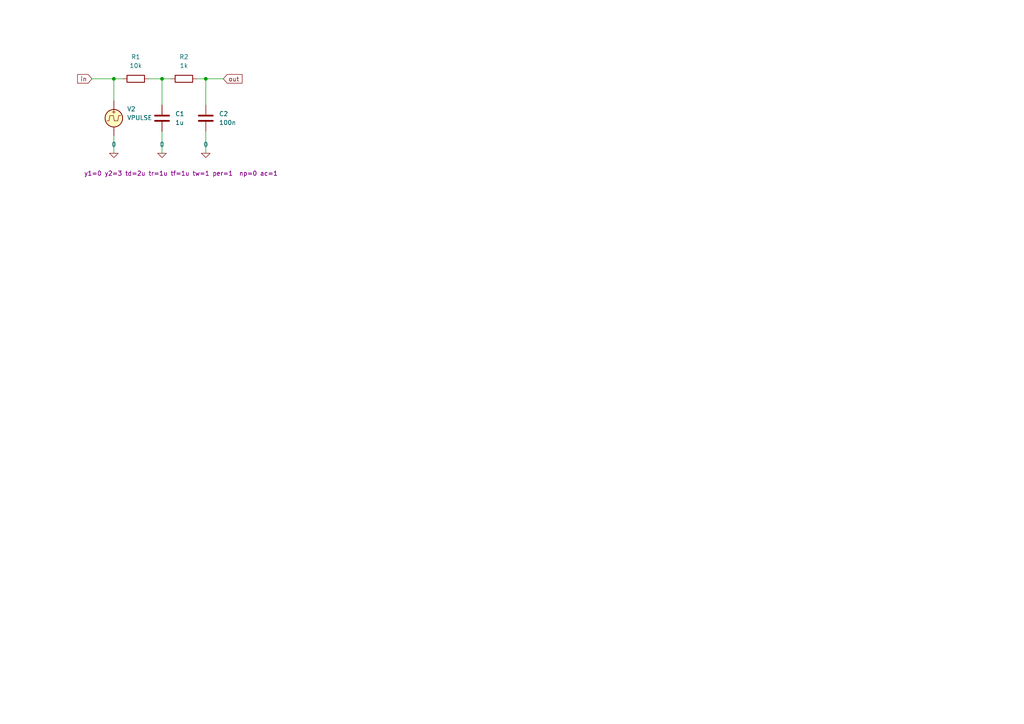
<source format=kicad_sch>
(kicad_sch (version 20231120) (generator "eeschema") (generator_version "8.0")
  (paper "A4")
  (lib_symbols
    (symbol "Device:C" (pin_numbers hide) (pin_names (offset 0.254))
      (property "Reference" "C" (at 0.635 2.54 0))
      (property "Value" "C" (at 0.635 -2.54 0))
      (symbol "C_0_1"
        (polyline (pts (xy -2.032 -0.762) (xy 2.032 -0.762)) (stroke (width 0.508)))
        (polyline (pts (xy -2.032 0.762) (xy 2.032 0.762)) (stroke (width 0.508)))
      )
      (symbol "C_1_1"
        (pin passive line (at 0 3.81 270) (length 2.794) (name "~") (number "1"))
        (pin passive line (at 0 -3.81 90) (length 2.794) (name "~") (number "2"))
      )
    )
    (symbol "Device:R" (pin_numbers hide) (pin_names (offset 0))
      (property "Reference" "R" (at 2.032 0 90))
      (property "Value" "R" (at 0 0 90))
      (symbol "R_0_1"
        (rectangle (start -1.016 -2.54) (end 1.016 2.54) (stroke (width 0.254)))
      )
      (symbol "R_1_1"
        (pin passive line (at 0 3.81 270) (length 1.27) (name "~") (number "1"))
        (pin passive line (at 0 -3.81 90) (length 1.27) (name "~") (number "2"))
      )
    )
    (symbol "Simulation_SPICE:0" (power) (pin_names (offset 0))
      (property "Value" "0" (at 0 -1.778 0))
      (symbol "0_0_1"
        (polyline (pts (xy -1.27 0) (xy 0 -1.27) (xy 1.27 0) (xy -1.27 0)))
      )
      (symbol "0_1_1"
        (pin power_in line (at 0 0 0) (length 0) hide (name "0") (number "1"))
      )
    )
    (symbol "Simulation_SPICE:VPULSE" (pin_numbers hide) (pin_names (offset 0.0254))
      (property "Reference" "V" (at 2.54 2.54 0))
      (property "Value" "VPULSE" (at 2.54 0 0))
      (property "Sim.Params" "y1=0 y2=1 td=2n tr=2n tf=2n tw=50n per=100n" (at 2.54 -2.54 0))
      (symbol "VPULSE_0_0"
        (polyline (pts (xy -2.032 -0.762) (xy -1.397 -0.762) (xy -1.143 0.762) (xy -0.127 0.762) (xy 0.127 -0.762) (xy 1.143 -0.762) (xy 1.397 0.762) (xy 2.032 0.762)))
        (text "+" (at 0 1.905 0) (effects (font (size 1.27 1.27))))
      )
      (symbol "VPULSE_0_1"
        (circle (center 0 0) (radius 2.54) (stroke (width 0.254)) (fill (type background)))
      )
      (symbol "VPULSE_1_1"
        (pin passive line (at 0 5.08 270) (length 2.54) (name "~") (number "1"))
        (pin passive line (at 0 -5.08 90) (length 2.54) (name "~") (number "2"))
      )
    )
  )
  (junction (at 46.99 22.86))
  (junction (at 59.69 22.86))
  (junction (at 33.02 22.86))
  (wire (pts (xy 26.67 22.86) (xy 33.02 22.86)))
  (wire (pts (xy 43.18 22.86) (xy 46.99 22.86)))
  (wire (pts (xy 46.99 22.86) (xy 49.53 22.86)))
  (wire (pts (xy 33.02 39.37) (xy 33.02 44.45)))
  (wire (pts (xy 59.69 22.86) (xy 59.69 30.48)))
  (wire (pts (xy 59.69 22.86) (xy 64.77 22.86)))
  (wire (pts (xy 59.69 38.1) (xy 59.69 44.45)))
  (wire (pts (xy 33.02 22.86) (xy 35.56 22.86)))
  (wire (pts (xy 46.99 22.86) (xy 46.99 30.48)))
  (wire (pts (xy 46.99 38.1) (xy 46.99 44.45)))
  (wire (pts (xy 33.02 29.21) (xy 33.02 22.86)))
  (wire (pts (xy 57.15 22.86) (xy 59.69 22.86)))
  (global_label "in" (shape input) (at 26.67 22.86 180) (property "Intersheetrefs" "${INTERSHEET_REFS}" (effects (hide yes))))
  (global_label "out" (shape input) (at 64.77 22.86 0) (property "Intersheetrefs" "${INTERSHEET_REFS}" (effects (hide yes))))
  (symbol (lib_id "Simulation_SPICE:0") (at 33.02 44.45 0) (unit 1)
    (property "Reference" "#GND03" (effects (hide yes)))
    (property "Value" "0" (at 33.02 41.91 0))
    (property "Datasheet" "https://ngspice.sourceforge.io/docs/ngspice-html-manual/manual.xhtml#subsec_Circuit_elements__device" (effects (hide yes)))
    (property "Description" "0V reference potential for simulation" (effects (hide yes)))
  )
  (symbol (lib_id "Simulation_SPICE:VPULSE") (at 33.02 34.29 0) (unit 1)
    (property "Reference" "V2" (at 36.83 31.6201 0) (effects (justify left)))
    (property "Value" "VPULSE" (at 36.83 34.1601 0) (effects (justify left)))
    (property "Datasheet" "https://ngspice.sourceforge.io/docs/ngspice-html-manual/manual.xhtml#sec_Independent_Sources_for" (effects (hide yes)))
    (property "Description" "Voltage source, pulse" (effects (hide yes)))
    (property "Sim.Pins" "1=+ 2=-" (effects (hide yes)))
    (property "Sim.Type" "PULSE" (effects (hide yes)))
    (property "Sim.Device" "V" (effects (hide yes)))
    (property "Sim.Params" "y1=0 y2=3 td=2u tr=1u tf=1u tw=1 per=1  np=0 ac=1" (at 24.384 50.292 0) (effects (justify left)))
  )
  (symbol (lib_id "Device:R") (at 53.34 22.86 90) (unit 1)
    (property "Reference" "R2" (at 53.34 16.51 90))
    (property "Value" "1k" (at 53.34 19.05 90))
    (property "Description" "Resistor" (effects (hide yes)))
  )
  (symbol (lib_id "Simulation_SPICE:0") (at 46.99 44.45 0) (unit 1)
    (property "Reference" "#GND02" (effects (hide yes)))
    (property "Value" "0" (at 46.99 41.91 0))
    (property "Datasheet" "https://ngspice.sourceforge.io/docs/ngspice-html-manual/manual.xhtml#subsec_Circuit_elements__device" (effects (hide yes)))
    (property "Description" "0V reference potential for simulation" (effects (hide yes)))
  )
  (symbol (lib_id "Device:C") (at 46.99 34.29 0) (unit 1)
    (property "Reference" "C1" (at 50.8 33.0199 0) (effects (justify left)))
    (property "Value" "1u" (at 50.8 35.5599 0) (effects (justify left)))
    (property "Description" "Unpolarized capacitor" (effects (hide yes)))
  )
  (symbol (lib_id "Device:R") (at 39.37 22.86 90) (unit 1)
    (property "Reference" "R1" (at 39.37 16.51 90))
    (property "Value" "10k" (at 39.37 19.05 90))
    (property "Description" "Resistor" (effects (hide yes)))
  )
  (symbol (lib_id "Device:C") (at 59.69 34.29 0) (unit 1)
    (property "Reference" "C2" (at 63.5 33.0199 0) (effects (justify left)))
    (property "Value" "100n" (at 63.5 35.5599 0) (effects (justify left)))
    (property "Description" "Unpolarized capacitor" (effects (hide yes)))
  )
  (symbol (lib_id "Simulation_SPICE:0") (at 59.69 44.45 0) (unit 1)
    (property "Reference" "#GND01" (effects (hide yes)))
    (property "Value" "0" (at 59.69 41.91 0))
    (property "Datasheet" "https://ngspice.sourceforge.io/docs/ngspice-html-manual/manual.xhtml#subsec_Circuit_elements__device" (effects (hide yes)))
    (property "Description" "0V reference potential for simulation" (effects (hide yes)))
  )
)
</source>
